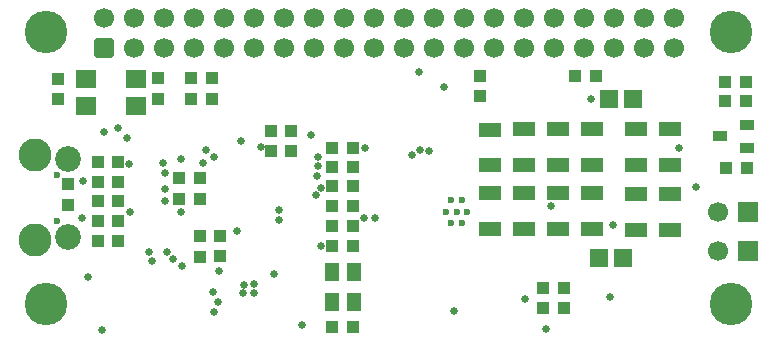
<source format=gbs>
G04*
G04 #@! TF.GenerationSoftware,Altium Limited,Altium Designer,20.2.5 (213)*
G04*
G04 Layer_Color=16711935*
%FSLAX42Y42*%
%MOMM*%
G71*
G04*
G04 #@! TF.SameCoordinates,6F224850-DB23-45E0-B5EC-48CDDA7698CB*
G04*
G04*
G04 #@! TF.FilePolarity,Negative*
G04*
G01*
G75*
%ADD42R,1.15X0.85*%
%ADD43R,1.00X1.00*%
%ADD49R,1.00X1.00*%
%ADD61C,1.70*%
G04:AMPARAMS|DCode=62|XSize=1.7mm|YSize=1.7mm|CornerRadius=0.33mm|HoleSize=0mm|Usage=FLASHONLY|Rotation=0.000|XOffset=0mm|YOffset=0mm|HoleType=Round|Shape=RoundedRectangle|*
%AMROUNDEDRECTD62*
21,1,1.70,1.05,0,0,0.0*
21,1,1.05,1.70,0,0,0.0*
1,1,0.65,0.53,-0.53*
1,1,0.65,-0.53,-0.53*
1,1,0.65,-0.53,0.53*
1,1,0.65,0.53,0.53*
%
%ADD62ROUNDEDRECTD62*%
%ADD63R,1.70X1.70*%
%ADD64C,2.79*%
%ADD65C,2.17*%
%ADD66C,0.60*%
%ADD67C,3.60*%
%ADD68C,0.65*%
%ADD69C,0.60*%
%ADD107R,1.50X1.60*%
%ADD108R,1.80X1.60*%
%ADD109R,1.85X1.22*%
%ADD110R,1.22X1.60*%
D42*
X6053Y1770D02*
D03*
X6283Y1675D02*
D03*
Y1865D02*
D03*
D43*
X6105Y1500D02*
D03*
X6280D02*
D03*
X6100Y2233D02*
D03*
X6275D02*
D03*
X6275Y2065D02*
D03*
X6100D02*
D03*
X1650Y1243D02*
D03*
X1475D02*
D03*
X1650Y1415D02*
D03*
X1475D02*
D03*
X785Y885D02*
D03*
X960D02*
D03*
X788Y1218D02*
D03*
X962D02*
D03*
X785Y1383D02*
D03*
X960D02*
D03*
X960Y1550D02*
D03*
X785D02*
D03*
X2427Y1647D02*
D03*
X2252D02*
D03*
X2773Y1180D02*
D03*
X2948D02*
D03*
X2770Y845D02*
D03*
X2945D02*
D03*
X2947Y1013D02*
D03*
X2772D02*
D03*
X4730Y313D02*
D03*
X4555D02*
D03*
X960Y1053D02*
D03*
X785D02*
D03*
X2770Y1510D02*
D03*
X2945D02*
D03*
X5002Y2283D02*
D03*
X4827D02*
D03*
X4555Y485D02*
D03*
X4730D02*
D03*
X2427Y1812D02*
D03*
X2252D02*
D03*
X2947Y1675D02*
D03*
X2772D02*
D03*
X2948Y1345D02*
D03*
X2773D02*
D03*
X2945Y155D02*
D03*
X2770D02*
D03*
D49*
X4020Y2108D02*
D03*
Y2283D02*
D03*
X1655Y748D02*
D03*
Y923D02*
D03*
X1825Y753D02*
D03*
Y928D02*
D03*
X532Y1365D02*
D03*
Y1190D02*
D03*
X448Y2083D02*
D03*
Y2258D02*
D03*
X1750Y2265D02*
D03*
Y2090D02*
D03*
X1577Y2265D02*
D03*
Y2090D02*
D03*
X1300Y2262D02*
D03*
Y2088D02*
D03*
D61*
X4144Y2775D02*
D03*
X4398D02*
D03*
X4652D02*
D03*
X4906D02*
D03*
X5668D02*
D03*
X5414D02*
D03*
X5160D02*
D03*
Y2521D02*
D03*
X5414D02*
D03*
X5668D02*
D03*
X4906D02*
D03*
X4652D02*
D03*
X4398D02*
D03*
X4144D02*
D03*
X2112D02*
D03*
X1096D02*
D03*
X2366D02*
D03*
X1350D02*
D03*
X2620D02*
D03*
X1604D02*
D03*
X2874D02*
D03*
X1858D02*
D03*
X3128D02*
D03*
X3890D02*
D03*
X3636D02*
D03*
X3382D02*
D03*
Y2775D02*
D03*
X3636D02*
D03*
X3890D02*
D03*
X3128D02*
D03*
X1858D02*
D03*
X2874D02*
D03*
X1604D02*
D03*
X2620D02*
D03*
X1350D02*
D03*
X2366D02*
D03*
X1096D02*
D03*
X2112D02*
D03*
X842D02*
D03*
X6035Y1130D02*
D03*
X6035Y795D02*
D03*
D62*
X842Y2521D02*
D03*
D63*
X6289Y1130D02*
D03*
X6289Y795D02*
D03*
D64*
X255Y1610D02*
D03*
Y890D02*
D03*
D65*
X535Y1580D02*
D03*
Y920D02*
D03*
D66*
X445Y1445D02*
D03*
Y1055D02*
D03*
D67*
X350Y2650D02*
D03*
Y350D02*
D03*
X6150D02*
D03*
Y2650D02*
D03*
D68*
X3803Y288D02*
D03*
X5124Y409D02*
D03*
X4580Y142D02*
D03*
X4400Y390D02*
D03*
X5150Y1018D02*
D03*
X5850Y1339D02*
D03*
X4967Y2090D02*
D03*
X4628Y1180D02*
D03*
X3715Y2185D02*
D03*
X1817Y630D02*
D03*
X3506Y2317D02*
D03*
X2110Y518D02*
D03*
X653Y1082D02*
D03*
X1680Y1542D02*
D03*
X1706Y1653D02*
D03*
X1489Y1574D02*
D03*
X1360Y1225D02*
D03*
X1998Y1733D02*
D03*
X2512Y173D02*
D03*
X2108Y443D02*
D03*
X2020D02*
D03*
X2023Y515D02*
D03*
X3512Y1652D02*
D03*
X3130Y1080D02*
D03*
X3042D02*
D03*
X3048Y1675D02*
D03*
X3450Y1610D02*
D03*
X3595Y1648D02*
D03*
X2650Y1515D02*
D03*
X2648Y1595D02*
D03*
X2677Y1332D02*
D03*
X5705Y1670D02*
D03*
X1338Y1541D02*
D03*
X1355Y1457D02*
D03*
X1775Y1598D02*
D03*
X2642Y1432D02*
D03*
X2595Y1780D02*
D03*
X2317Y1143D02*
D03*
X1488Y1132D02*
D03*
X2320Y1060D02*
D03*
X2636Y1272D02*
D03*
X1962Y968D02*
D03*
X1377Y788D02*
D03*
X2679Y845D02*
D03*
X700Y575D02*
D03*
X1352Y1323D02*
D03*
X1498Y672D02*
D03*
X1770Y285D02*
D03*
X1248Y710D02*
D03*
X1223Y788D02*
D03*
X1425Y728D02*
D03*
X1808Y370D02*
D03*
X1762Y450D02*
D03*
X2283Y600D02*
D03*
X1060Y1127D02*
D03*
X825Y130D02*
D03*
X843Y1808D02*
D03*
X660Y1390D02*
D03*
X955Y1840D02*
D03*
X1050Y1532D02*
D03*
X1035Y1758D02*
D03*
X2173Y1683D02*
D03*
D69*
X3780Y1227D02*
D03*
X3871D02*
D03*
Y1032D02*
D03*
X3825Y1130D02*
D03*
X3780Y1032D02*
D03*
X3735Y1130D02*
D03*
X3916D02*
D03*
D107*
X5033Y740D02*
D03*
X5237D02*
D03*
X5318Y2088D02*
D03*
X5115D02*
D03*
D108*
X690Y2255D02*
D03*
X1110D02*
D03*
Y2025D02*
D03*
X690D02*
D03*
D109*
X5635Y1530D02*
D03*
Y1835D02*
D03*
X5347Y1527D02*
D03*
Y1832D02*
D03*
X4110Y1523D02*
D03*
Y1827D02*
D03*
X4392Y1525D02*
D03*
Y1830D02*
D03*
X4680Y1525D02*
D03*
Y1830D02*
D03*
X4970Y1525D02*
D03*
Y1830D02*
D03*
X5635Y980D02*
D03*
Y1285D02*
D03*
X5345Y980D02*
D03*
Y1285D02*
D03*
X4970Y985D02*
D03*
Y1290D02*
D03*
X4680Y985D02*
D03*
Y1290D02*
D03*
X4392Y985D02*
D03*
Y1290D02*
D03*
X4110Y985D02*
D03*
Y1290D02*
D03*
D110*
X2958Y370D02*
D03*
X2767D02*
D03*
X2960Y620D02*
D03*
X2769D02*
D03*
M02*

</source>
